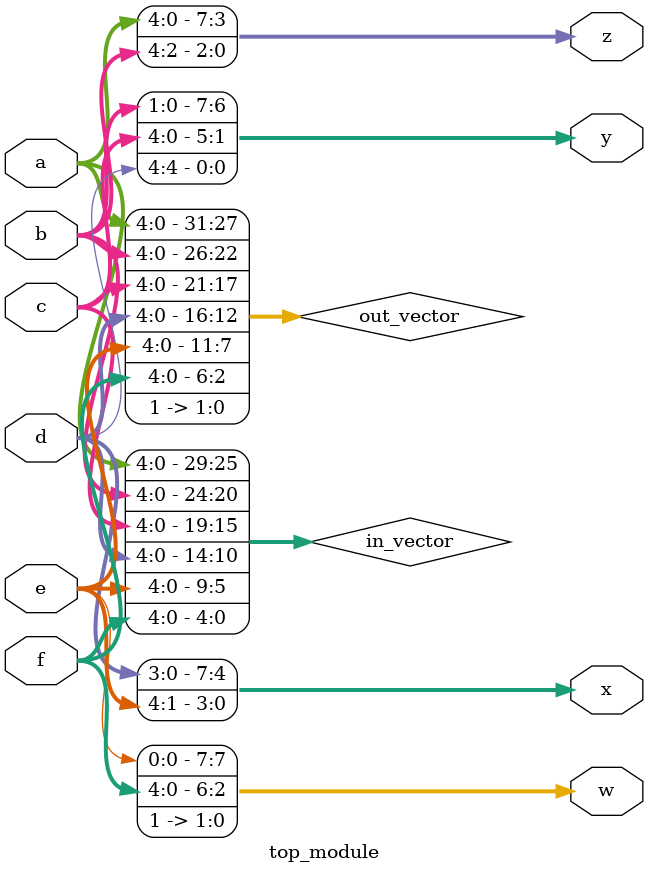
<source format=sv>
module top_module (
    input [4:0] a,
    input [4:0] b,
    input [4:0] c,
    input [4:0] d,
    input [4:0] e,
    input [4:0] f,
    output [7:0] w,
    output [7:0] x,
    output [7:0] y,
    output [7:0] z
);

    reg [29:0] in_vector;
    assign in_vector = {a, b, c, d, e, f};

    reg [31:0] out_vector;
    assign out_vector = {in_vector, 2'b11};

    assign {z, y, x, w} = out_vector;

endmodule

</source>
